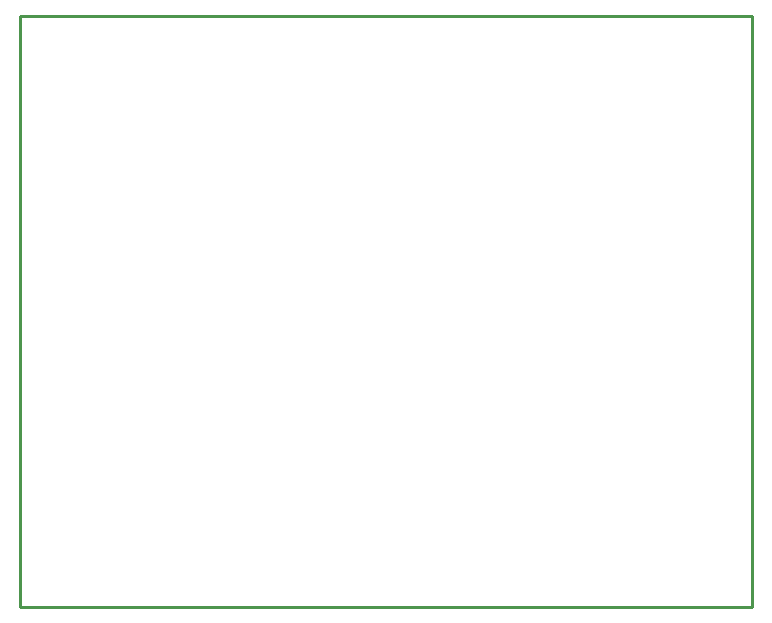
<source format=gm1>
%FSLAX25Y25*%
%MOIN*%
G70*
G01*
G75*
G04 Layer_Color=16711935*
%ADD10R,0.07087X0.08268*%
%ADD11R,0.04331X0.05512*%
%ADD12R,0.10039X0.07677*%
%ADD13R,0.05512X0.04331*%
%ADD14R,0.04331X0.02362*%
%ADD15R,0.24410X0.22835*%
%ADD16R,0.11811X0.06299*%
G04:AMPARAMS|DCode=17|XSize=9.84mil|YSize=70.87mil|CornerRadius=0mil|HoleSize=0mil|Usage=FLASHONLY|Rotation=135.000|XOffset=0mil|YOffset=0mil|HoleType=Round|Shape=Round|*
%AMOVALD17*
21,1,0.06102,0.00984,0.00000,0.00000,225.0*
1,1,0.00984,0.02158,0.02158*
1,1,0.00984,-0.02158,-0.02158*
%
%ADD17OVALD17*%

G04:AMPARAMS|DCode=18|XSize=9.84mil|YSize=70.87mil|CornerRadius=0mil|HoleSize=0mil|Usage=FLASHONLY|Rotation=45.000|XOffset=0mil|YOffset=0mil|HoleType=Round|Shape=Round|*
%AMOVALD18*
21,1,0.06102,0.00984,0.00000,0.00000,135.0*
1,1,0.00984,0.02158,-0.02158*
1,1,0.00984,-0.02158,0.02158*
%
%ADD18OVALD18*%

%ADD19R,0.07087X0.09055*%
%ADD20R,0.02362X0.11811*%
%ADD21O,0.08661X0.02362*%
%ADD22R,0.02756X0.03150*%
%ADD23R,0.06000X0.07000*%
%ADD24R,0.06299X0.12598*%
%ADD25O,0.07480X0.02362*%
%ADD26C,0.00984*%
%ADD27C,0.01181*%
%ADD28C,0.01500*%
%ADD29C,0.01969*%
%ADD30C,0.01575*%
%ADD31C,0.07874*%
%ADD32C,0.00800*%
%ADD33C,0.05906*%
%ADD34C,0.03937*%
%ADD35C,0.01000*%
%ADD36C,0.07480*%
%ADD37C,0.06000*%
%ADD38O,0.07874X0.03937*%
%ADD39O,0.07874X0.03937*%
%ADD40C,0.02362*%
%ADD41R,0.07000X0.06000*%
G04:AMPARAMS|DCode=42|XSize=23.62mil|YSize=23.62mil|CornerRadius=1.18mil|HoleSize=0mil|Usage=FLASHONLY|Rotation=90.000|XOffset=0mil|YOffset=0mil|HoleType=Round|Shape=RoundedRectangle|*
%AMROUNDEDRECTD42*
21,1,0.02362,0.02126,0,0,90.0*
21,1,0.02126,0.02362,0,0,90.0*
1,1,0.00236,0.01063,0.01063*
1,1,0.00236,0.01063,-0.01063*
1,1,0.00236,-0.01063,-0.01063*
1,1,0.00236,-0.01063,0.01063*
%
%ADD42ROUNDEDRECTD42*%
%ADD43R,0.04600X0.04600*%
%ADD44R,0.07480X0.04331*%
%ADD45C,0.00827*%
%ADD46C,0.02362*%
%ADD47C,0.00787*%
%ADD48C,0.00591*%
%ADD49C,0.00394*%
%ADD50C,0.00669*%
%ADD51R,0.07874X0.09055*%
%ADD52R,0.05118X0.06299*%
%ADD53R,0.10827X0.08465*%
%ADD54R,0.06299X0.05118*%
%ADD55R,0.05118X0.03150*%
%ADD56R,0.25197X0.23622*%
%ADD57R,0.12598X0.07087*%
G04:AMPARAMS|DCode=58|XSize=17.72mil|YSize=78.74mil|CornerRadius=0mil|HoleSize=0mil|Usage=FLASHONLY|Rotation=135.000|XOffset=0mil|YOffset=0mil|HoleType=Round|Shape=Round|*
%AMOVALD58*
21,1,0.06102,0.01772,0.00000,0.00000,225.0*
1,1,0.01772,0.02158,0.02158*
1,1,0.01772,-0.02158,-0.02158*
%
%ADD58OVALD58*%

G04:AMPARAMS|DCode=59|XSize=17.72mil|YSize=78.74mil|CornerRadius=0mil|HoleSize=0mil|Usage=FLASHONLY|Rotation=45.000|XOffset=0mil|YOffset=0mil|HoleType=Round|Shape=Round|*
%AMOVALD59*
21,1,0.06102,0.01772,0.00000,0.00000,135.0*
1,1,0.01772,0.02158,-0.02158*
1,1,0.01772,-0.02158,0.02158*
%
%ADD59OVALD59*%

%ADD60R,0.07874X0.09843*%
%ADD61R,0.03150X0.12598*%
%ADD62O,0.09449X0.03150*%
%ADD63R,0.03543X0.03937*%
%ADD64R,0.06787X0.07787*%
%ADD65R,0.07087X0.13386*%
%ADD66O,0.08268X0.03150*%
%ADD67C,0.08268*%
%ADD68C,0.06787*%
%ADD69O,0.08661X0.04724*%
%ADD70O,0.08661X0.04724*%
%ADD71R,0.07787X0.06787*%
G04:AMPARAMS|DCode=72|XSize=31.5mil|YSize=31.5mil|CornerRadius=5.12mil|HoleSize=0mil|Usage=FLASHONLY|Rotation=90.000|XOffset=0mil|YOffset=0mil|HoleType=Round|Shape=RoundedRectangle|*
%AMROUNDEDRECTD72*
21,1,0.03150,0.02126,0,0,90.0*
21,1,0.02126,0.03150,0,0,90.0*
1,1,0.01024,0.01063,0.01063*
1,1,0.01024,0.01063,-0.01063*
1,1,0.01024,-0.01063,-0.01063*
1,1,0.01024,-0.01063,0.01063*
%
%ADD72ROUNDEDRECTD72*%
%ADD73R,0.05387X0.05387*%
%ADD74R,0.07880X0.04731*%
%ADD75R,0.01280X0.01083*%
%ADD76R,0.01280X0.01083*%
D35*
X0Y0D02*
Y196850D01*
X244094D01*
Y0D02*
Y196850D01*
X0Y0D02*
X244094D01*
X0D02*
Y196850D01*
X244094D01*
Y0D02*
Y196850D01*
X0Y0D02*
X244094D01*
M02*

</source>
